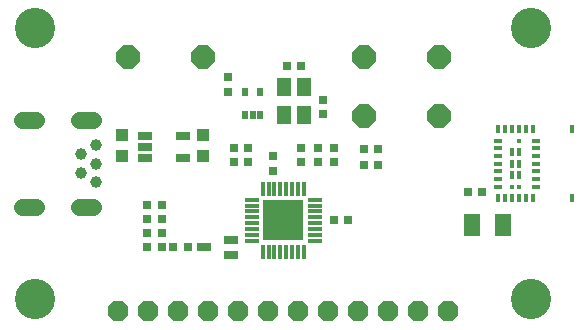
<source format=gts>
G75*
%MOIN*%
%OFA0B0*%
%FSLAX24Y24*%
%IPPOS*%
%LPD*%
%AMOC8*
5,1,8,0,0,1.08239X$1,22.5*
%
%ADD10R,0.0276X0.0157*%
%ADD11R,0.0157X0.0157*%
%ADD12R,0.0157X0.0276*%
%ADD13R,0.0551X0.0748*%
%ADD14R,0.0315X0.0315*%
%ADD15OC8,0.0789*%
%ADD16C,0.1340*%
%ADD17R,0.1378X0.1378*%
%ADD18R,0.0138X0.0492*%
%ADD19R,0.0492X0.0138*%
%ADD20C,0.0395*%
%ADD21C,0.0552*%
%ADD22R,0.0433X0.0433*%
%ADD23R,0.0512X0.0591*%
%ADD24R,0.0197X0.0315*%
%ADD25R,0.0512X0.0276*%
%ADD26OC8,0.0671*%
%ADD27R,0.0472X0.0315*%
%ADD28C,0.1261*%
D10*
X020487Y008960D03*
X020487Y009216D03*
X020487Y009472D03*
X020487Y009728D03*
X020487Y009984D03*
X020487Y010240D03*
X020487Y010495D03*
X021747Y010495D03*
X021747Y010240D03*
X021747Y009984D03*
X021747Y009728D03*
X021747Y009472D03*
X021747Y009216D03*
X021747Y008960D03*
D11*
X021186Y008960D03*
X020930Y008960D03*
X021186Y010495D03*
D12*
X021186Y010121D03*
X020930Y010121D03*
X020930Y009728D03*
X021186Y009728D03*
X021186Y009334D03*
X020930Y009334D03*
X020940Y008586D03*
X020704Y008586D03*
X020468Y008586D03*
X021176Y008586D03*
X021413Y008586D03*
X021649Y008586D03*
X022948Y008586D03*
X022948Y010869D03*
X021649Y010869D03*
X021413Y010869D03*
X021176Y010869D03*
X020940Y010869D03*
X020704Y010869D03*
X020468Y010869D03*
D13*
X020645Y007680D03*
X019621Y007680D03*
D14*
X019464Y008783D03*
X019936Y008783D03*
X016472Y009688D03*
X015999Y009688D03*
X015999Y010200D03*
X016472Y010200D03*
X015015Y010240D03*
X015015Y009767D03*
X014464Y009767D03*
X013913Y009767D03*
X013913Y010240D03*
X014464Y010240D03*
X012968Y009964D03*
X012968Y009491D03*
X012141Y009767D03*
X011669Y009767D03*
X011669Y010240D03*
X012141Y010240D03*
X014661Y011381D03*
X014661Y011854D03*
X013913Y012995D03*
X013440Y012995D03*
X011472Y012602D03*
X011472Y012129D03*
X009267Y008350D03*
X008794Y008350D03*
X008794Y007877D03*
X008794Y007405D03*
X008794Y006932D03*
X009267Y006932D03*
X009661Y006932D03*
X010133Y006932D03*
X009267Y007405D03*
X009267Y007877D03*
X015015Y007838D03*
X015487Y007838D03*
D15*
X016009Y011302D03*
X016009Y013271D03*
X018509Y013271D03*
X018509Y011302D03*
X010635Y013271D03*
X008135Y013271D03*
D16*
X005054Y005200D03*
X005054Y014255D03*
X021590Y014255D03*
X021590Y005200D03*
D17*
X013322Y007838D03*
D18*
X013224Y006795D03*
X013420Y006795D03*
X013617Y006795D03*
X013814Y006795D03*
X014011Y006795D03*
X013027Y006795D03*
X012830Y006795D03*
X012633Y006795D03*
X012633Y008881D03*
X012830Y008881D03*
X013027Y008881D03*
X013224Y008881D03*
X013420Y008881D03*
X013617Y008881D03*
X013814Y008881D03*
X014011Y008881D03*
D19*
X014365Y008527D03*
X014365Y008330D03*
X014365Y008133D03*
X014365Y007936D03*
X014365Y007740D03*
X014365Y007543D03*
X014365Y007346D03*
X014365Y007149D03*
X012279Y007149D03*
X012279Y007346D03*
X012279Y007543D03*
X012279Y007740D03*
X012279Y007936D03*
X012279Y008133D03*
X012279Y008330D03*
X012279Y008527D03*
D20*
X007062Y009098D03*
X006590Y009413D03*
X007062Y009728D03*
X006590Y010043D03*
X007062Y010358D03*
D21*
X006983Y011184D02*
X006511Y011184D01*
X005094Y011184D02*
X004621Y011184D01*
X004621Y008271D02*
X005094Y008271D01*
X006511Y008271D02*
X006983Y008271D01*
D22*
X007928Y009964D03*
X007928Y010673D03*
X010645Y010673D03*
X010645Y009964D03*
D23*
X013342Y011362D03*
X014011Y011362D03*
X014011Y012267D03*
X013342Y012267D03*
D24*
X012554Y012110D03*
X012043Y012110D03*
X012043Y011362D03*
X012298Y011362D03*
X012554Y011362D03*
D25*
X009976Y010653D03*
X009976Y009905D03*
X008716Y009905D03*
X008716Y010279D03*
X008716Y010653D03*
D26*
X008822Y004806D03*
X007822Y004806D03*
X009822Y004806D03*
X010822Y004806D03*
X011822Y004806D03*
X012822Y004806D03*
X013822Y004806D03*
X014822Y004806D03*
X015822Y004806D03*
X016822Y004806D03*
X017822Y004806D03*
X018822Y004806D03*
D27*
X011570Y006677D03*
X011570Y007188D03*
X010665Y006932D03*
D28*
X013322Y007838D03*
M02*

</source>
